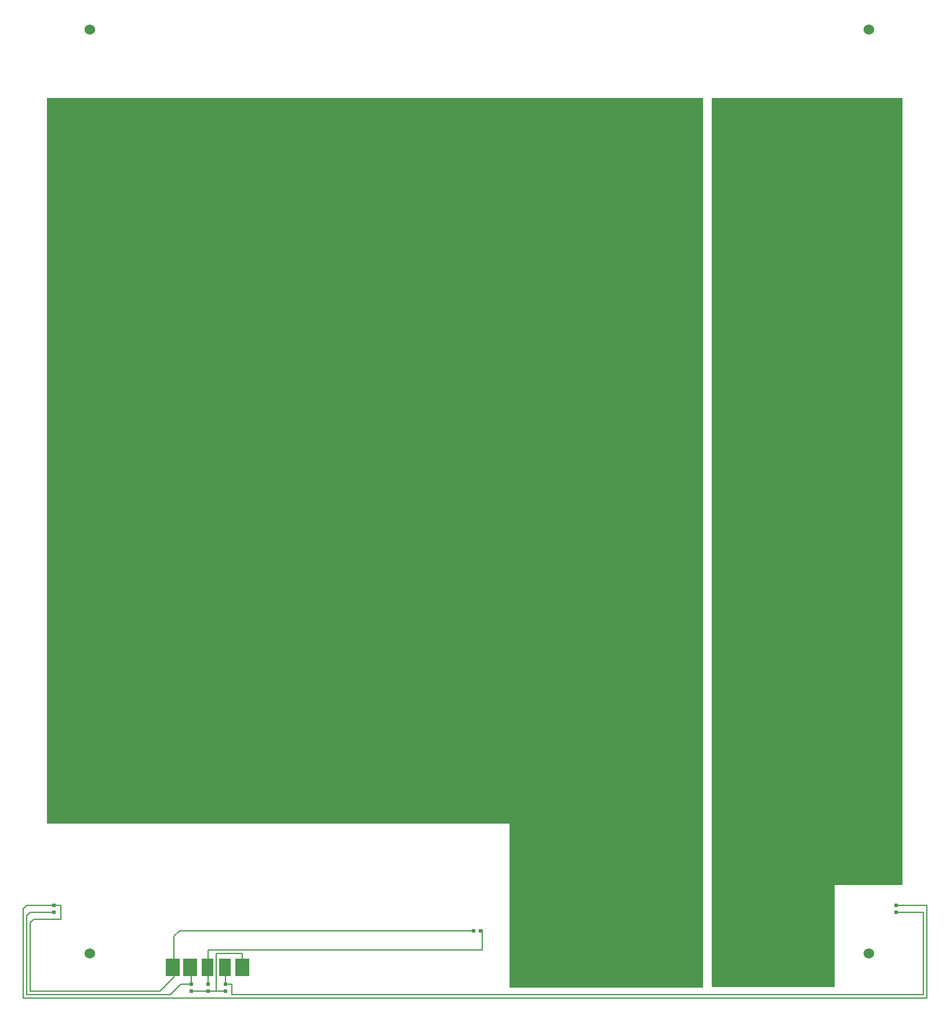
<source format=gtl>
G04*
G04 #@! TF.GenerationSoftware,Altium Limited,Altium Designer,18.1.7 (191)*
G04*
G04 Layer_Physical_Order=1*
G04 Layer_Color=255*
%FSLAX44Y44*%
%MOMM*%
G71*
G01*
G75*
%ADD10C,0.2000*%
%ADD11R,2.0000X2.5400*%
%ADD12R,1.8000X2.5400*%
%ADD13R,0.6000X0.6000*%
%ADD14R,0.6000X0.6000*%
%ADD15R,3.0000X3.0000*%
%ADD22R,13.5000X115.0000*%
%ADD23R,95.8100X106.0000*%
%ADD24R,17.9200X130.0000*%
%ADD25R,28.3100X26.5000*%
%ADD26C,1.5240*%
D10*
X1590000Y570000D02*
X1635000D01*
X320000D02*
X370000D01*
X535000Y465000D02*
Y483000D01*
X515000Y445000D02*
X535000Y465000D01*
X325000Y445000D02*
X515000D01*
X635000Y479900D02*
Y500000D01*
X597000D02*
X635000D01*
X597000Y445000D02*
Y500000D01*
X985000Y505000D02*
Y535000D01*
X585000Y505000D02*
X985000D01*
X585000Y455080D02*
Y505000D01*
X595000Y445000D02*
X597000D01*
X325000Y560000D02*
X359920D01*
X360000Y559920D01*
X545000Y455000D02*
X560000D01*
X320000Y555000D02*
X325000Y560000D01*
X370000Y550000D02*
Y570000D01*
X315000Y565000D02*
X320000Y570000D01*
X330000Y550000D02*
X370000D01*
X325000Y545000D02*
X330000Y550000D01*
X1590000Y560000D02*
X1630000D01*
X610000Y455000D02*
X620000D01*
X1630000Y440000D02*
Y560000D01*
X620000Y440000D02*
X1630000D01*
X1635000Y435000D02*
Y570000D01*
X609920Y444920D02*
X610000Y445000D01*
X585000Y444920D02*
X609920D01*
X560000D02*
X585000D01*
X560000Y455080D02*
Y485000D01*
X535000D02*
Y525000D01*
X543400Y533400D01*
X972820D01*
X320000Y440000D02*
Y555000D01*
X325000Y445000D02*
Y545000D01*
X530000Y440000D02*
X545000Y455000D01*
X320000Y440000D02*
X530000D01*
X610000Y455080D02*
Y480000D01*
X620000Y440000D02*
Y455000D01*
X315000Y435000D02*
X1635000D01*
X315000D02*
Y565000D01*
D11*
X533400Y479900D02*
D03*
X558800D02*
D03*
X635000D02*
D03*
X1155700D02*
D03*
X1346200D02*
D03*
X1181100D02*
D03*
X1473200D02*
D03*
X1397000D02*
D03*
X1447800D02*
D03*
X1422400D02*
D03*
X1282700D02*
D03*
X1257300D02*
D03*
X1206500D02*
D03*
X1371600D02*
D03*
X1231900D02*
D03*
D12*
X584200D02*
D03*
X609600D02*
D03*
D13*
X560000Y455080D02*
D03*
Y444920D02*
D03*
X360000Y559920D02*
D03*
Y570080D02*
D03*
X585000Y455080D02*
D03*
Y444920D02*
D03*
X610000Y455080D02*
D03*
Y444920D02*
D03*
X1590000Y559920D02*
D03*
Y570080D02*
D03*
D14*
X982980Y533400D02*
D03*
X972820D02*
D03*
D15*
X1580000Y1175000D02*
D03*
Y790000D02*
D03*
X370000Y1175000D02*
D03*
Y790000D02*
D03*
X1580000Y1560000D02*
D03*
X370000D02*
D03*
D22*
X1532500Y1175000D02*
D03*
D23*
X829050Y1220000D02*
D03*
D24*
X1410400Y1100000D02*
D03*
D25*
X1166550Y582500D02*
D03*
D26*
X1550000Y500000D02*
D03*
Y1850000D02*
D03*
X412000D02*
D03*
Y500000D02*
D03*
M02*

</source>
